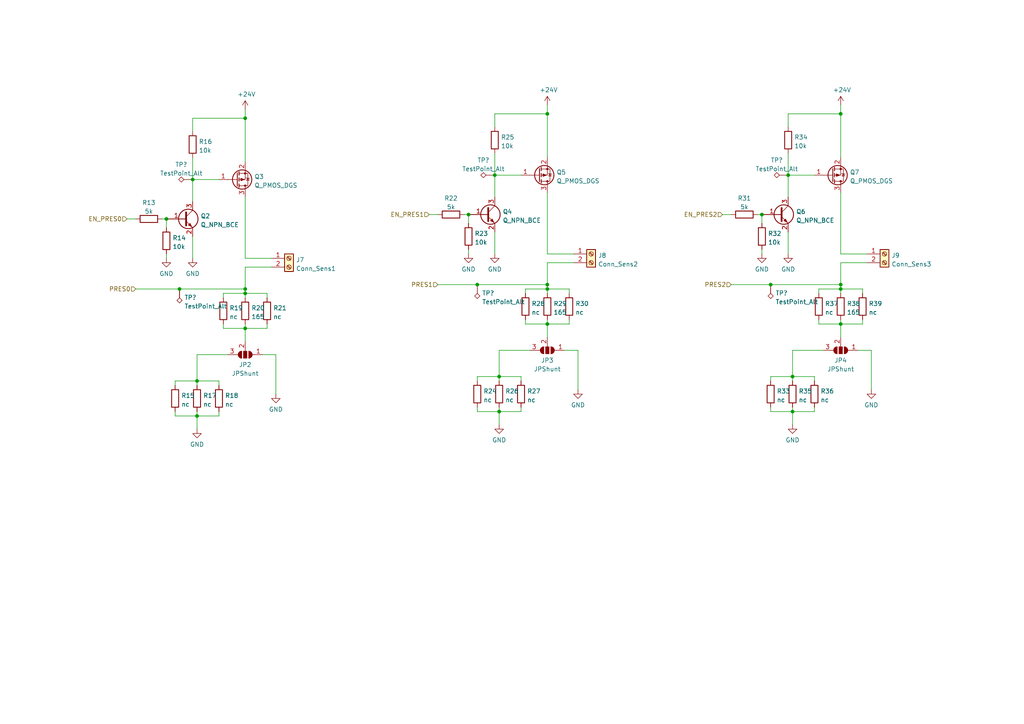
<source format=kicad_sch>
(kicad_sch (version 20211123) (generator eeschema)
  (paper "A4")
  (title_block (title "FloatPUMP Schematics") (date "2022-11-11") (rev "1.0") (company "robtor.de") (comment 1 "Controller board for up to 3 water pumps") (comment 2 "measuring capabilities with piezoresistive pressure sensors") (comment 3 "sensor input Range 4mA-20mA"))
  (lib_symbols
    (symbol "Connector:Screw_Terminal_01x02" (pin_names (offset 1.016) hide)
      (property "Reference" "J" (at 0 2.54 0))
      (property "Value" "Screw_Terminal_01x02" (at 0 -5.08 0))
      (symbol "Screw_Terminal_01x02_1_1"
        (rectangle (start -1.27 1.27) (end 1.27 -3.81) (stroke (width 0.254)) (fill (type background)))
        (circle (center 0 -2.54) (radius 0.635) (stroke (width 0.1524)))
        (polyline (pts (xy -0.5334 -2.2098) (xy 0.3302 -3.048)) (stroke (width 0.1524)))
        (polyline (pts (xy -0.5334 0.3302) (xy 0.3302 -0.508)) (stroke (width 0.1524)))
        (polyline (pts (xy -0.3556 -2.032) (xy 0.508 -2.8702)) (stroke (width 0.1524)))
        (polyline (pts (xy -0.3556 0.508) (xy 0.508 -0.3302)) (stroke (width 0.1524)))
        (circle (center 0 0) (radius 0.635) (stroke (width 0.1524)))
        (pin passive line (at -5.08 0 0) (length 3.81) (name "Pin_1") (number "1"))
        (pin passive line (at -5.08 -2.54 0) (length 3.81) (name "Pin_2") (number "2"))
      )
    )
    (symbol "Connector:TestPoint_Alt" (pin_numbers hide) (pin_names (offset 0.762) hide)
      (property "Reference" "TP" (at 0 6.858 0))
      (property "Value" "TestPoint_Alt" (at 0 5.08 0))
      (symbol "TestPoint_Alt_0_1"
        (polyline (pts (xy 0 2.54) (xy -0.762 3.302) (xy 0 4.064) (xy 0.762 3.302) (xy 0 2.54)))
      )
      (symbol "TestPoint_Alt_1_1"
        (pin passive line (at 0 0 90) (length 2.54) (name "1") (number "1"))
      )
    )
    (symbol "Device:Q_NPN_BEC" (pin_names (offset 0) hide)
      (property "Reference" "Q" (at 5.08 1.27 0))
      (property "Value" "Q_NPN_BEC" (at 5.08 -1.27 0))
      (symbol "Q_NPN_BEC_0_1"
        (polyline (pts (xy 0.635 0.635) (xy 2.54 2.54)))
        (polyline (pts (xy 0.635 -0.635) (xy 2.54 -2.54) (xy 2.54 -2.54)))
        (polyline (pts (xy 0.635 1.905) (xy 0.635 -1.905) (xy 0.635 -1.905)) (stroke (width 0.508)))
        (polyline (pts (xy 1.27 -1.778) (xy 1.778 -1.27) (xy 2.286 -2.286) (xy 1.27 -1.778) (xy 1.27 -1.778)) (fill (type outline)))
        (circle (center 1.27 0) (radius 2.8194) (stroke (width 0.254)))
      )
      (symbol "Q_NPN_BEC_1_1"
        (pin input line (at -5.08 0 0) (length 5.715) (name "B") (number "1"))
        (pin passive line (at 2.54 -5.08 90) (length 2.54) (name "E") (number "2"))
        (pin passive line (at 2.54 5.08 270) (length 2.54) (name "C") (number "3"))
      )
    )
    (symbol "Device:Q_PMOS_GSD" (pin_names (offset 0) hide)
      (property "Reference" "Q" (at 5.08 1.27 0))
      (property "Value" "Q_PMOS_GSD" (at 5.08 -1.27 0))
      (symbol "Q_PMOS_GSD_0_1"
        (polyline (pts (xy 0.254 0) (xy -2.54 0)))
        (polyline (pts (xy 0.254 1.905) (xy 0.254 -1.905)) (stroke (width 0.254)))
        (polyline (pts (xy 0.762 -1.27) (xy 0.762 -2.286)) (stroke (width 0.254)))
        (polyline (pts (xy 0.762 0.508) (xy 0.762 -0.508)) (stroke (width 0.254)))
        (polyline (pts (xy 0.762 2.286) (xy 0.762 1.27)) (stroke (width 0.254)))
        (polyline (pts (xy 2.54 2.54) (xy 2.54 1.778)))
        (polyline (pts (xy 2.54 -2.54) (xy 2.54 0) (xy 0.762 0)))
        (polyline (pts (xy 0.762 1.778) (xy 3.302 1.778) (xy 3.302 -1.778) (xy 0.762 -1.778)))
        (polyline (pts (xy 2.286 0) (xy 1.27 0.381) (xy 1.27 -0.381) (xy 2.286 0)) (fill (type outline)))
        (polyline (pts (xy 2.794 -0.508) (xy 2.921 -0.381) (xy 3.683 -0.381) (xy 3.81 -0.254)))
        (polyline (pts (xy 3.302 -0.381) (xy 2.921 0.254) (xy 3.683 0.254) (xy 3.302 -0.381)))
        (circle (center 1.651 0) (radius 2.794) (stroke (width 0.254)))
        (circle (center 2.54 -1.778) (radius 0.254) (fill (type outline)))
        (circle (center 2.54 1.778) (radius 0.254) (fill (type outline)))
      )
      (symbol "Q_PMOS_GSD_1_1"
        (pin input line (at -5.08 0 0) (length 2.54) (name "G") (number "1"))
        (pin passive line (at 2.54 -5.08 90) (length 2.54) (name "S") (number "2"))
        (pin passive line (at 2.54 5.08 270) (length 2.54) (name "D") (number "3"))
      )
    )
    (symbol "Device:R" (pin_numbers hide) (pin_names (offset 0))
      (property "Reference" "R" (at 2.032 0 90))
      (property "Value" "R" (at 0 0 90))
      (symbol "R_0_1"
        (rectangle (start -1.016 -2.54) (end 1.016 2.54) (stroke (width 0.254)))
      )
      (symbol "R_1_1"
        (pin passive line (at 0 3.81 270) (length 1.27) (name "~") (number "1"))
        (pin passive line (at 0 -3.81 90) (length 1.27) (name "~") (number "2"))
      )
    )
    (symbol "Jumper:SolderJumper_3_Open" (pin_names (offset 0) hide)
      (property "Reference" "JP" (at -2.54 -2.54 0))
      (property "Value" "SolderJumper_3_Open" (at 0 2.794 0))
      (symbol "SolderJumper_3_Open_0_1"
        (arc (start -1.016 1.016) (mid -2.032 0) (end -1.016 -1.016))
        (arc (start -1.016 1.016) (mid -2.032 0) (end -1.016 -1.016) (fill (type outline)))
        (rectangle (start -0.508 1.016) (end 0.508 -1.016) (fill (type outline)))
        (polyline (pts (xy -2.54 0) (xy -2.032 0)))
        (polyline (pts (xy -1.016 1.016) (xy -1.016 -1.016)))
        (polyline (pts (xy 0 -1.27) (xy 0 -1.016)))
        (polyline (pts (xy 1.016 1.016) (xy 1.016 -1.016)))
        (polyline (pts (xy 2.54 0) (xy 2.032 0)))
        (arc (start 1.016 -1.016) (mid 2.032 0) (end 1.016 1.016))
        (arc (start 1.016 -1.016) (mid 2.032 0) (end 1.016 1.016) (fill (type outline)))
      )
      (symbol "SolderJumper_3_Open_1_1"
        (pin passive line (at -5.08 0 0) (length 2.54) (name "A") (number "1"))
        (pin passive line (at 0 -3.81 90) (length 2.54) (name "C") (number "2"))
        (pin passive line (at 5.08 0 180) (length 2.54) (name "B") (number "3"))
      )
    )
    (symbol "power:+24V" (power) (pin_names (offset 0))
      (property "Value" "+24V" (at 0 3.556 0))
      (symbol "+24V_0_1"
        (polyline (pts (xy -0.762 1.27) (xy 0 2.54)))
        (polyline (pts (xy 0 0) (xy 0 2.54)))
        (polyline (pts (xy 0 2.54) (xy 0.762 1.27)))
      )
      (symbol "+24V_1_1"
        (pin power_in line (at 0 0 90) (length 0) hide (name "+24V") (number "1"))
      )
    )
    (symbol "power:GND" (power) (pin_names (offset 0))
      (property "Value" "GND" (at 0 -3.81 0))
      (symbol "GND_0_1"
        (polyline (pts (xy 0 0) (xy 0 -1.27) (xy 1.27 -1.27) (xy 0 -2.54) (xy -1.27 -1.27) (xy 0 -1.27)))
      )
      (symbol "GND_1_1"
        (pin power_in line (at 0 0 270) (length 0) hide (name "GND") (number "1"))
      )
    )
  )
  (junction (at 143.51 50.8))
  (junction (at 158.75 33.02))
  (junction (at 229.87 119.38))
  (junction (at 243.84 33.02))
  (junction (at 229.87 109.22))
  (junction (at 138.43 82.55))
  (junction (at 243.84 82.55))
  (junction (at 57.15 110.49))
  (junction (at 55.88 52.07))
  (junction (at 71.12 85.09))
  (junction (at 158.75 82.55))
  (junction (at 228.6 50.8))
  (junction (at 71.12 95.25))
  (junction (at 243.84 83.82))
  (junction (at 135.89 62.23))
  (junction (at 57.15 120.65))
  (junction (at 158.75 83.82))
  (junction (at 144.78 119.38))
  (junction (at 223.52 82.55))
  (junction (at 71.12 34.29))
  (junction (at 52.07 83.82))
  (junction (at 243.84 93.98))
  (junction (at 158.75 93.98))
  (junction (at 144.78 109.22))
  (junction (at 71.12 83.82))
  (junction (at 220.98 62.23))
  (junction (at 48.26 63.5))
  (wire (pts (xy 77.47 85.09) (xy 71.12 85.09)))
  (wire (pts (xy 39.37 83.82) (xy 52.07 83.82)))
  (wire (pts (xy 80.01 102.87) (xy 80.01 114.3)))
  (wire (pts (xy 219.71 62.23) (xy 220.98 62.23)))
  (wire (pts (xy 143.51 33.02) (xy 158.75 33.02)))
  (wire (pts (xy 220.98 72.39) (xy 220.98 73.66)))
  (wire (pts (xy 228.6 44.45) (xy 228.6 50.8)))
  (wire (pts (xy 237.49 85.09) (xy 237.49 83.82)))
  (wire (pts (xy 134.62 62.23) (xy 135.89 62.23)))
  (wire (pts (xy 144.78 101.6) (xy 153.67 101.6)))
  (wire (pts (xy 250.19 92.71) (xy 250.19 93.98)))
  (wire (pts (xy 158.75 82.55) (xy 158.75 83.82)))
  (wire (pts (xy 250.19 85.09) (xy 250.19 83.82)))
  (wire (pts (xy 71.12 31.75) (xy 71.12 34.29)))
  (wire (pts (xy 243.84 83.82) (xy 243.84 85.09)))
  (wire (pts (xy 55.88 45.72) (xy 55.88 52.07)))
  (wire (pts (xy 71.12 83.82) (xy 71.12 85.09)))
  (wire (pts (xy 152.4 93.98) (xy 158.75 93.98)))
  (wire (pts (xy 166.37 76.2) (xy 158.75 76.2)))
  (wire (pts (xy 243.84 92.71) (xy 243.84 93.98)))
  (wire (pts (xy 64.77 85.09) (xy 71.12 85.09)))
  (wire (pts (xy 229.87 109.22) (xy 229.87 110.49)))
  (wire (pts (xy 165.1 85.09) (xy 165.1 83.82)))
  (wire (pts (xy 77.47 86.36) (xy 77.47 85.09)))
  (wire (pts (xy 228.6 67.31) (xy 228.6 73.66)))
  (wire (pts (xy 229.87 118.11) (xy 229.87 119.38)))
  (wire (pts (xy 158.75 76.2) (xy 158.75 82.55)))
  (wire (pts (xy 223.52 119.38) (xy 229.87 119.38)))
  (wire (pts (xy 151.13 110.49) (xy 151.13 109.22)))
  (wire (pts (xy 57.15 110.49) (xy 57.15 111.76)))
  (wire (pts (xy 50.8 111.76) (xy 50.8 110.49)))
  (wire (pts (xy 248.92 101.6) (xy 252.73 101.6)))
  (wire (pts (xy 71.12 57.15) (xy 71.12 74.93)))
  (wire (pts (xy 52.07 83.82) (xy 71.12 83.82)))
  (wire (pts (xy 124.46 62.23) (xy 127 62.23)))
  (wire (pts (xy 252.73 101.6) (xy 252.73 113.03)))
  (wire (pts (xy 50.8 119.38) (xy 50.8 120.65)))
  (wire (pts (xy 144.78 119.38) (xy 151.13 119.38)))
  (wire (pts (xy 152.4 92.71) (xy 152.4 93.98)))
  (wire (pts (xy 50.8 120.65) (xy 57.15 120.65)))
  (wire (pts (xy 48.26 63.5) (xy 48.26 66.04)))
  (wire (pts (xy 76.2 102.87) (xy 80.01 102.87)))
  (wire (pts (xy 57.15 102.87) (xy 66.04 102.87)))
  (wire (pts (xy 144.78 119.38) (xy 144.78 123.19)))
  (wire (pts (xy 158.75 93.98) (xy 158.75 97.79)))
  (wire (pts (xy 138.43 110.49) (xy 138.43 109.22)))
  (wire (pts (xy 152.4 83.82) (xy 158.75 83.82)))
  (wire (pts (xy 223.52 82.55) (xy 243.84 82.55)))
  (wire (pts (xy 158.75 55.88) (xy 158.75 73.66)))
  (wire (pts (xy 151.13 118.11) (xy 151.13 119.38)))
  (wire (pts (xy 228.6 36.83) (xy 228.6 33.02)))
  (wire (pts (xy 158.75 30.48) (xy 158.75 33.02)))
  (wire (pts (xy 228.6 50.8) (xy 236.22 50.8)))
  (wire (pts (xy 138.43 119.38) (xy 144.78 119.38)))
  (wire (pts (xy 143.51 36.83) (xy 143.51 33.02)))
  (wire (pts (xy 64.77 95.25) (xy 71.12 95.25)))
  (wire (pts (xy 220.98 62.23) (xy 220.98 64.77)))
  (wire (pts (xy 78.74 77.47) (xy 71.12 77.47)))
  (wire (pts (xy 229.87 101.6) (xy 229.87 109.22)))
  (wire (pts (xy 135.89 72.39) (xy 135.89 73.66)))
  (wire (pts (xy 158.75 83.82) (xy 158.75 85.09)))
  (wire (pts (xy 236.22 110.49) (xy 236.22 109.22)))
  (wire (pts (xy 78.74 74.93) (xy 71.12 74.93)))
  (wire (pts (xy 55.88 38.1) (xy 55.88 34.29)))
  (wire (pts (xy 229.87 119.38) (xy 236.22 119.38)))
  (wire (pts (xy 71.12 95.25) (xy 77.47 95.25)))
  (wire (pts (xy 243.84 93.98) (xy 243.84 97.79)))
  (wire (pts (xy 55.88 52.07) (xy 63.5 52.07)))
  (wire (pts (xy 36.83 63.5) (xy 39.37 63.5)))
  (wire (pts (xy 223.52 109.22) (xy 229.87 109.22)))
  (wire (pts (xy 251.46 73.66) (xy 243.84 73.66)))
  (wire (pts (xy 243.84 82.55) (xy 243.84 83.82)))
  (wire (pts (xy 212.09 82.55) (xy 223.52 82.55)))
  (wire (pts (xy 55.88 68.58) (xy 55.88 74.93)))
  (wire (pts (xy 243.84 93.98) (xy 250.19 93.98)))
  (wire (pts (xy 138.43 109.22) (xy 144.78 109.22)))
  (wire (pts (xy 143.51 50.8) (xy 143.51 57.15)))
  (wire (pts (xy 163.83 101.6) (xy 167.64 101.6)))
  (wire (pts (xy 236.22 109.22) (xy 229.87 109.22)))
  (wire (pts (xy 55.88 34.29) (xy 71.12 34.29)))
  (wire (pts (xy 138.43 118.11) (xy 138.43 119.38)))
  (wire (pts (xy 143.51 44.45) (xy 143.51 50.8)))
  (wire (pts (xy 127 82.55) (xy 138.43 82.55)))
  (wire (pts (xy 64.77 86.36) (xy 64.77 85.09)))
  (wire (pts (xy 251.46 76.2) (xy 243.84 76.2)))
  (wire (pts (xy 50.8 110.49) (xy 57.15 110.49)))
  (wire (pts (xy 158.75 93.98) (xy 165.1 93.98)))
  (wire (pts (xy 237.49 83.82) (xy 243.84 83.82)))
  (wire (pts (xy 209.55 62.23) (xy 212.09 62.23)))
  (wire (pts (xy 71.12 34.29) (xy 71.12 46.99)))
  (wire (pts (xy 237.49 92.71) (xy 237.49 93.98)))
  (wire (pts (xy 250.19 83.82) (xy 243.84 83.82)))
  (wire (pts (xy 135.89 64.77) (xy 135.89 62.23)))
  (wire (pts (xy 57.15 102.87) (xy 57.15 110.49)))
  (wire (pts (xy 228.6 50.8) (xy 228.6 57.15)))
  (wire (pts (xy 165.1 92.71) (xy 165.1 93.98)))
  (wire (pts (xy 144.78 118.11) (xy 144.78 119.38)))
  (wire (pts (xy 143.51 67.31) (xy 143.51 73.66)))
  (wire (pts (xy 55.88 52.07) (xy 55.88 58.42)))
  (wire (pts (xy 57.15 120.65) (xy 63.5 120.65)))
  (wire (pts (xy 77.47 93.98) (xy 77.47 95.25)))
  (wire (pts (xy 57.15 119.38) (xy 57.15 120.65)))
  (wire (pts (xy 57.15 120.65) (xy 57.15 124.46)))
  (wire (pts (xy 64.77 93.98) (xy 64.77 95.25)))
  (wire (pts (xy 236.22 118.11) (xy 236.22 119.38)))
  (wire (pts (xy 158.75 33.02) (xy 158.75 45.72)))
  (wire (pts (xy 152.4 85.09) (xy 152.4 83.82)))
  (wire (pts (xy 63.5 111.76) (xy 63.5 110.49)))
  (wire (pts (xy 229.87 101.6) (xy 238.76 101.6)))
  (wire (pts (xy 243.84 33.02) (xy 243.84 45.72)))
  (wire (pts (xy 48.26 73.66) (xy 48.26 74.93)))
  (wire (pts (xy 166.37 73.66) (xy 158.75 73.66)))
  (wire (pts (xy 71.12 95.25) (xy 71.12 99.06)))
  (wire (pts (xy 237.49 93.98) (xy 243.84 93.98)))
  (wire (pts (xy 138.43 82.55) (xy 158.75 82.55)))
  (wire (pts (xy 165.1 83.82) (xy 158.75 83.82)))
  (wire (pts (xy 63.5 119.38) (xy 63.5 120.65)))
  (wire (pts (xy 143.51 50.8) (xy 151.13 50.8)))
  (wire (pts (xy 223.52 110.49) (xy 223.52 109.22)))
  (wire (pts (xy 144.78 101.6) (xy 144.78 109.22)))
  (wire (pts (xy 158.75 92.71) (xy 158.75 93.98)))
  (wire (pts (xy 243.84 76.2) (xy 243.84 82.55)))
  (wire (pts (xy 228.6 33.02) (xy 243.84 33.02)))
  (wire (pts (xy 71.12 85.09) (xy 71.12 86.36)))
  (wire (pts (xy 229.87 119.38) (xy 229.87 123.19)))
  (wire (pts (xy 167.64 101.6) (xy 167.64 113.03)))
  (wire (pts (xy 71.12 77.47) (xy 71.12 83.82)))
  (wire (pts (xy 151.13 109.22) (xy 144.78 109.22)))
  (wire (pts (xy 243.84 30.48) (xy 243.84 33.02)))
  (wire (pts (xy 71.12 93.98) (xy 71.12 95.25)))
  (wire (pts (xy 243.84 55.88) (xy 243.84 73.66)))
  (wire (pts (xy 46.99 63.5) (xy 48.26 63.5)))
  (wire (pts (xy 223.52 118.11) (xy 223.52 119.38)))
  (wire (pts (xy 144.78 109.22) (xy 144.78 110.49)))
  (wire (pts (xy 63.5 110.49) (xy 57.15 110.49)))
  (hierarchical_label "EN_PRES1" (shape input) (at 124.46 62.23 180))
  (hierarchical_label "PRES2" (shape input) (at 212.09 82.55 180))
  (hierarchical_label "PRES0" (shape input) (at 39.37 83.82 180))
  (hierarchical_label "EN_PRES2" (shape input) (at 209.55 62.23 180))
  (hierarchical_label "EN_PRES0" (shape input) (at 36.83 63.5 180))
  (hierarchical_label "PRES1" (shape input) (at 127 82.55 180))
  (symbol (lib_id "power:+24V") (at 71.12 31.75 0) (unit 1)
    (property "Reference" "#PWR039" (effects hide))
    (property "Value" "+24V" (at 71.501 27.3558 0))
  )
  (symbol (lib_id "power:+24V") (at 158.75 30.48 0) (unit 1)
    (property "Reference" "#PWR044" (effects hide))
    (property "Value" "+24V" (at 159.131 26.0858 0))
  )
  (symbol (lib_id "Device:R") (at 165.1 88.9 0) (unit 1)
    (property "Reference" "R30" (at 166.878 88.0653 0) (effects (justify left)))
    (property "Value" "nc" (at 166.878 90.6022 0) (effects (justify left)))
  )
  (symbol (lib_id "Device:R") (at 57.15 115.57 0) (unit 1)
    (property "Reference" "R17" (at 58.928 114.7353 0) (effects (justify left)))
    (property "Value" "nc" (at 58.928 117.2722 0) (effects (justify left)))
  )
  (symbol (lib_id "Device:R") (at 151.13 114.3 0) (unit 1)
    (property "Reference" "R27" (at 152.908 113.4653 0) (effects (justify left)))
    (property "Value" "nc" (at 152.908 116.0022 0) (effects (justify left)))
  )
  (symbol (lib_id "Device:R") (at 223.52 114.3 0) (unit 1)
    (property "Reference" "R33" (at 225.298 113.4653 0) (effects (justify left)))
    (property "Value" "nc" (at 225.298 116.0022 0) (effects (justify left)))
  )
  (symbol (lib_id "Device:R") (at 77.47 90.17 0) (unit 1)
    (property "Reference" "R21" (at 79.248 89.3353 0) (effects (justify left)))
    (property "Value" "nc" (at 79.248 91.8722 0) (effects (justify left)))
  )
  (symbol (lib_id "Device:R") (at 250.19 88.9 0) (unit 1)
    (property "Reference" "R39" (at 251.968 88.0653 0) (effects (justify left)))
    (property "Value" "nc" (at 251.968 90.6022 0) (effects (justify left)))
  )
  (symbol (lib_id "Device:R") (at 229.87 114.3 0) (unit 1)
    (property "Reference" "R35" (at 231.648 113.4653 0) (effects (justify left)))
    (property "Value" "nc" (at 231.648 116.0022 0) (effects (justify left)))
  )
  (symbol (lib_id "Device:R") (at 152.4 88.9 0) (unit 1)
    (property "Reference" "R28" (at 154.178 88.0653 0) (effects (justify left)))
    (property "Value" "nc" (at 154.178 90.6022 0) (effects (justify left)))
  )
  (symbol (lib_id "power:+24V") (at 243.84 30.48 0) (unit 1)
    (property "Reference" "#PWR049" (effects hide))
    (property "Value" "+24V" (at 244.221 26.0858 0))
  )
  (symbol (lib_id "Device:Q_PMOS_GSD") (at 156.21 50.8 0) (mirror x) (unit 1)
    (property "Reference" "Q5" (at 161.417 49.9653 0) (effects (justify left)))
    (property "Value" "Q_PMOS_DGS" (at 161.417 52.5022 0) (effects (justify left)))
    (property "Footprint" "Package_TO_SOT_SMD:SOT-23" (effects hide))
    (property "Datasheet" "https://datasheet.lcsc.com/lcsc/1809291614_Jiangsu-Changjing-Electronics-Technology-Co---Ltd--BSS84_C114481.pdf" (effects hide))
    (property "JLCPCB" " C114481" (effects hide))
  )
  (symbol (lib_id "power:GND") (at 228.6 73.66 0) (unit 1)
    (property "Reference" "#PWR047" (effects hide))
    (property "Value" "GND" (at 228.6 78.1034 0))
  )
  (symbol (lib_id "Device:R") (at 144.78 114.3 0) (unit 1)
    (property "Reference" "R26" (at 146.558 113.4653 0) (effects (justify left)))
    (property "Value" "nc" (at 146.558 116.0022 0) (effects (justify left)))
  )
  (symbol (lib_id "Device:R") (at 236.22 114.3 0) (unit 1)
    (property "Reference" "R36" (at 237.998 113.4653 0) (effects (justify left)))
    (property "Value" "nc" (at 237.998 116.0022 0) (effects (justify left)))
  )
  (symbol (lib_id "Device:Q_NPN_BEC") (at 140.97 62.23 0) (unit 1)
    (property "Reference" "Q4" (at 145.8214 61.3953 0) (effects (justify left)))
    (property "Value" "Q_NPN_BCE" (at 145.8214 63.9322 0) (effects (justify left)))
    (property "Footprint" "Package_TO_SOT_SMD:SOT-23" (effects hide))
  )
  (symbol (lib_id "Device:R") (at 237.49 88.9 0) (unit 1)
    (property "Reference" "R37" (at 239.268 88.0653 0) (effects (justify left)))
    (property "Value" "nc" (at 239.268 90.6022 0) (effects (justify left)))
  )
  (symbol (lib_id "Device:Q_PMOS_GSD") (at 68.58 52.07 0) (mirror x) (unit 1)
    (property "Reference" "Q3" (at 73.787 51.2353 0) (effects (justify left)))
    (property "Value" "Q_PMOS_DGS" (at 73.787 53.7722 0) (effects (justify left)))
    (property "Footprint" "Package_TO_SOT_SMD:SOT-23" (effects hide))
    (property "Datasheet" "https://datasheet.lcsc.com/lcsc/1809291614_Jiangsu-Changjing-Electronics-Technology-Co---Ltd--BSS84_C114481.pdf" (effects hide))
    (property "JLCPCB" " C114481" (effects hide))
  )
  (symbol (lib_id "power:GND") (at 167.64 113.03 0) (unit 1)
    (property "Reference" "#PWR045" (effects hide))
    (property "Value" "GND" (at 167.64 117.4734 0))
  )
  (symbol (lib_id "Connector:TestPoint_Alt") (at 52.07 83.82 180) (unit 1)
    (property "Reference" "TP?" (at 53.467 86.2873 0) (effects (justify right)))
    (property "Value" "TestPoint_Alt" (at 53.467 88.8242 0) (effects (justify right)))
  )
  (symbol (lib_id "Connector:TestPoint_Alt") (at 223.52 82.55 180) (unit 1)
    (property "Reference" "TP?" (at 224.917 85.0173 0) (effects (justify right)))
    (property "Value" "TestPoint_Alt" (at 224.917 87.5542 0) (effects (justify right)))
  )
  (symbol (lib_id "Device:Q_NPN_BEC") (at 226.06 62.23 0) (unit 1)
    (property "Reference" "Q6" (at 230.9114 61.3953 0) (effects (justify left)))
    (property "Value" "Q_NPN_BCE" (at 230.9114 63.9322 0) (effects (justify left)))
    (property "Footprint" "Package_TO_SOT_SMD:SOT-23" (effects hide))
  )
  (symbol (lib_id "Device:R") (at 215.9 62.23 90) (unit 1)
    (property "Reference" "R31" (at 215.9 57.5142 90))
    (property "Value" "5k" (at 215.9 60.0511 90))
    (property "Footprint" "Resistor_SMD:R_0402_1005Metric" (effects hide))
    (property "JLCPCB" "C332873" (effects hide))
  )
  (symbol (lib_id "Device:R") (at 55.88 41.91 0) (unit 1)
    (property "Reference" "R16" (at 57.658 41.0753 0) (effects (justify left)))
    (property "Value" "10k" (at 57.658 43.6122 0) (effects (justify left)))
    (property "Footprint" "Resistor_SMD:R_0603_1608Metric" (effects hide))
    (property "JLCPCB" "C238881" (effects hide))
  )
  (symbol (lib_id "power:GND") (at 229.87 123.19 0) (unit 1)
    (property "Reference" "#PWR048" (effects hide))
    (property "Value" "GND" (at 229.87 127.6334 0))
  )
  (symbol (lib_id "power:GND") (at 252.73 113.03 0) (unit 1)
    (property "Reference" "#PWR050" (effects hide))
    (property "Value" "GND" (at 252.73 117.4734 0))
  )
  (symbol (lib_id "Connector:TestPoint_Alt") (at 143.51 50.8 90) (unit 1)
    (property "Reference" "TP?" (at 140.208 46.4652 90))
    (property "Value" "TestPoint_Alt" (at 140.208 49.0021 90))
  )
  (symbol (lib_id "Device:R") (at 63.5 115.57 0) (unit 1)
    (property "Reference" "R18" (at 65.278 114.7353 0) (effects (justify left)))
    (property "Value" "nc" (at 65.278 117.2722 0) (effects (justify left)))
  )
  (symbol (lib_id "power:GND") (at 48.26 74.93 0) (unit 1)
    (property "Reference" "#PWR036" (effects hide))
    (property "Value" "GND" (at 48.26 79.3734 0))
  )
  (symbol (lib_id "power:GND") (at 135.89 73.66 0) (unit 1)
    (property "Reference" "#PWR041" (effects hide))
    (property "Value" "GND" (at 135.89 78.1034 0))
  )
  (symbol (lib_id "Device:Q_NPN_BEC") (at 53.34 63.5 0) (unit 1)
    (property "Reference" "Q2" (at 58.1914 62.6653 0) (effects (justify left)))
    (property "Value" "Q_NPN_BCE" (at 58.1914 65.2022 0) (effects (justify left)))
    (property "Footprint" "Package_TO_SOT_SMD:SOT-23" (effects hide))
  )
  (symbol (lib_id "Device:R") (at 50.8 115.57 0) (unit 1)
    (property "Reference" "R15" (at 52.578 114.7353 0) (effects (justify left)))
    (property "Value" "nc" (at 52.578 117.2722 0) (effects (justify left)))
  )
  (symbol (lib_id "Connector:TestPoint_Alt") (at 138.43 82.55 180) (unit 1)
    (property "Reference" "TP?" (at 139.827 85.0173 0) (effects (justify right)))
    (property "Value" "TestPoint_Alt" (at 139.827 87.5542 0) (effects (justify right)))
  )
  (symbol (lib_id "Jumper:SolderJumper_3_Open") (at 71.12 102.87 180) (unit 1)
    (property "Reference" "JP2" (at 71.12 105.7894 0))
    (property "Value" "JPShunt" (at 71.12 108.3263 0))
    (property "Footprint" "Jumper:SolderJumper-3_P1.3mm_Open_RoundedPad1.0x1.5mm_NumberLabels" (effects hide))
  )
  (symbol (lib_id "Connector:TestPoint_Alt") (at 55.88 52.07 90) (unit 1)
    (property "Reference" "TP?" (at 52.578 47.7352 90))
    (property "Value" "TestPoint_Alt" (at 52.578 50.2721 90))
  )
  (symbol (lib_id "power:GND") (at 80.01 114.3 0) (unit 1)
    (property "Reference" "#PWR040" (effects hide))
    (property "Value" "GND" (at 80.01 118.7434 0))
  )
  (symbol (lib_id "power:GND") (at 143.51 73.66 0) (unit 1)
    (property "Reference" "#PWR042" (effects hide))
    (property "Value" "GND" (at 143.51 78.1034 0))
  )
  (symbol (lib_id "Device:R") (at 220.98 68.58 0) (unit 1)
    (property "Reference" "R32" (at 222.758 67.7453 0) (effects (justify left)))
    (property "Value" "10k" (at 222.758 70.2822 0) (effects (justify left)))
    (property "Footprint" "Resistor_SMD:R_0603_1608Metric" (effects hide))
    (property "JLCPCB" "C238881" (effects hide))
  )
  (symbol (lib_id "Device:R") (at 135.89 68.58 0) (unit 1)
    (property "Reference" "R23" (at 137.668 67.7453 0) (effects (justify left)))
    (property "Value" "10k" (at 137.668 70.2822 0) (effects (justify left)))
    (property "Footprint" "Resistor_SMD:R_0603_1608Metric" (effects hide))
    (property "JLCPCB" "C238881" (effects hide))
  )
  (symbol (lib_id "Device:R") (at 158.75 88.9 0) (unit 1)
    (property "Reference" "R29" (at 160.528 88.0653 0) (effects (justify left)))
    (property "Value" "165" (at 160.528 90.6022 0) (effects (justify left)))
    (property "Footprint" "Resistor_THT:R_Axial_DIN0207_L6.3mm_D2.5mm_P10.16mm_Horizontal" (effects hide))
  )
  (symbol (lib_id "Connector:Screw_Terminal_01x02") (at 256.54 73.66 0) (unit 1)
    (property "Reference" "J9" (at 258.572 74.0953 0) (effects (justify left)))
    (property "Value" "Conn_Sens3" (at 258.572 76.6322 0) (effects (justify left)))
  )
  (symbol (lib_id "Device:R") (at 138.43 114.3 0) (unit 1)
    (property "Reference" "R24" (at 140.208 113.4653 0) (effects (justify left)))
    (property "Value" "nc" (at 140.208 116.0022 0) (effects (justify left)))
  )
  (symbol (lib_id "Connector:Screw_Terminal_01x02") (at 171.45 73.66 0) (unit 1)
    (property "Reference" "J8" (at 173.482 74.0953 0) (effects (justify left)))
    (property "Value" "Conn_Sens2" (at 173.482 76.6322 0) (effects (justify left)))
  )
  (symbol (lib_id "Device:R") (at 48.26 69.85 0) (unit 1)
    (property "Reference" "R14" (at 50.038 69.0153 0) (effects (justify left)))
    (property "Value" "10k" (at 50.038 71.5522 0) (effects (justify left)))
    (property "Footprint" "Resistor_SMD:R_0603_1608Metric" (effects hide))
    (property "JLCPCB" "C238881" (effects hide))
  )
  (symbol (lib_id "power:GND") (at 57.15 124.46 0) (unit 1)
    (property "Reference" "#PWR038" (effects hide))
    (property "Value" "GND" (at 57.15 128.9034 0))
  )
  (symbol (lib_id "Device:R") (at 243.84 88.9 0) (unit 1)
    (property "Reference" "R38" (at 245.618 88.0653 0) (effects (justify left)))
    (property "Value" "165" (at 245.618 90.6022 0) (effects (justify left)))
    (property "Footprint" "Resistor_THT:R_Axial_DIN0207_L6.3mm_D2.5mm_P10.16mm_Horizontal" (effects hide))
  )
  (symbol (lib_id "Jumper:SolderJumper_3_Open") (at 243.84 101.6 180) (unit 1)
    (property "Reference" "JP4" (at 243.84 104.5194 0))
    (property "Value" "JPShunt" (at 243.84 107.0563 0))
    (property "Footprint" "Jumper:SolderJumper-3_P1.3mm_Open_RoundedPad1.0x1.5mm_NumberLabels" (effects hide))
  )
  (symbol (lib_id "Device:R") (at 71.12 90.17 0) (unit 1)
    (property "Reference" "R20" (at 72.898 89.3353 0) (effects (justify left)))
    (property "Value" "165" (at 72.898 91.8722 0) (effects (justify left)))
    (property "Footprint" "Resistor_THT:R_Axial_DIN0207_L6.3mm_D2.5mm_P10.16mm_Horizontal" (effects hide))
  )
  (symbol (lib_id "Connector:Screw_Terminal_01x02") (at 83.82 74.93 0) (unit 1)
    (property "Reference" "J7" (at 85.852 75.3653 0) (effects (justify left)))
    (property "Value" "Conn_Sens1" (at 85.852 77.9022 0) (effects (justify left)))
  )
  (symbol (lib_id "Device:R") (at 130.81 62.23 90) (unit 1)
    (property "Reference" "R22" (at 130.81 57.5142 90))
    (property "Value" "5k" (at 130.81 60.0511 90))
    (property "Footprint" "Resistor_SMD:R_0402_1005Metric" (effects hide))
    (property "JLCPCB" "C332873" (effects hide))
  )
  (symbol (lib_id "Device:Q_PMOS_GSD") (at 241.3 50.8 0) (mirror x) (unit 1)
    (property "Reference" "Q7" (at 246.507 49.9653 0) (effects (justify left)))
    (property "Value" "Q_PMOS_DGS" (at 246.507 52.5022 0) (effects (justify left)))
    (property "Footprint" "Package_TO_SOT_SMD:SOT-23" (effects hide))
    (property "Datasheet" "https://datasheet.lcsc.com/lcsc/1809291614_Jiangsu-Changjing-Electronics-Technology-Co---Ltd--BSS84_C114481.pdf" (effects hide))
    (property "JLCPCB" " C114481" (effects hide))
  )
  (symbol (lib_id "power:GND") (at 144.78 123.19 0) (unit 1)
    (property "Reference" "#PWR043" (effects hide))
    (property "Value" "GND" (at 144.78 127.6334 0))
  )
  (symbol (lib_id "Jumper:SolderJumper_3_Open") (at 158.75 101.6 180) (unit 1)
    (property "Reference" "JP3" (at 158.75 104.5194 0))
    (property "Value" "JPShunt" (at 158.75 107.0563 0))
    (property "Footprint" "Jumper:SolderJumper-3_P1.3mm_Open_RoundedPad1.0x1.5mm_NumberLabels" (effects hide))
  )
  (symbol (lib_id "power:GND") (at 220.98 73.66 0) (unit 1)
    (property "Reference" "#PWR046" (effects hide))
    (property "Value" "GND" (at 220.98 78.1034 0))
  )
  (symbol (lib_id "Connector:TestPoint_Alt") (at 228.6 50.8 90) (unit 1)
    (property "Reference" "TP?" (at 225.298 46.4652 90))
    (property "Value" "TestPoint_Alt" (at 225.298 49.0021 90))
  )
  (symbol (lib_id "Device:R") (at 228.6 40.64 0) (unit 1)
    (property "Reference" "R34" (at 230.378 39.8053 0) (effects (justify left)))
    (property "Value" "10k" (at 230.378 42.3422 0) (effects (justify left)))
    (property "Footprint" "Resistor_SMD:R_0603_1608Metric" (effects hide))
    (property "JLCPCB" "C238881" (effects hide))
  )
  (symbol (lib_id "power:GND") (at 55.88 74.93 0) (unit 1)
    (property "Reference" "#PWR037" (effects hide))
    (property "Value" "GND" (at 55.88 79.3734 0))
  )
  (symbol (lib_id "Device:R") (at 64.77 90.17 0) (unit 1)
    (property "Reference" "R19" (at 66.548 89.3353 0) (effects (justify left)))
    (property "Value" "nc" (at 66.548 91.8722 0) (effects (justify left)))
  )
  (symbol (lib_id "Device:R") (at 43.18 63.5 90) (unit 1)
    (property "Reference" "R13" (at 43.18 58.7842 90))
    (property "Value" "5k" (at 43.18 61.3211 90))
    (property "Footprint" "Resistor_SMD:R_0402_1005Metric" (effects hide))
    (property "JLCPCB" "C332873" (effects hide))
  )
  (symbol (lib_id "Device:R") (at 143.51 40.64 0) (unit 1)
    (property "Reference" "R25" (at 145.288 39.8053 0) (effects (justify left)))
    (property "Value" "10k" (at 145.288 42.3422 0) (effects (justify left)))
    (property "Footprint" "Resistor_SMD:R_0603_1608Metric" (effects hide))
    (property "JLCPCB" "C238881" (effects hide))
  )
)
</source>
